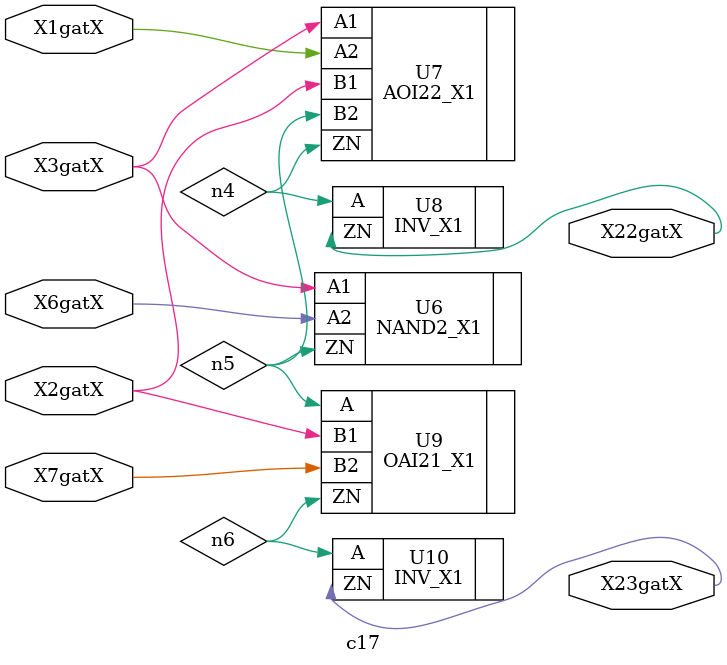
<source format=v>

module c17 ( X1gatX, X2gatX, X3gatX, X6gatX, X7gatX, X22gatX, X23gatX );
  input X1gatX, X2gatX, X3gatX, X6gatX, X7gatX;
  output X22gatX, X23gatX;
  wire   n4, n5, n6;

  NAND2_X1 U6 ( .A1(X3gatX), .A2(X6gatX), .ZN(n5) );
  AOI22_X1 U7 ( .A1(X3gatX), .A2(X1gatX), .B1(X2gatX), .B2(n5), .ZN(n4) );
  INV_X1 U8 ( .A(n4), .ZN(X22gatX) );
  OAI21_X1 U9 ( .B1(X2gatX), .B2(X7gatX), .A(n5), .ZN(n6) );
  INV_X1 U10 ( .A(n6), .ZN(X23gatX) );
endmodule


</source>
